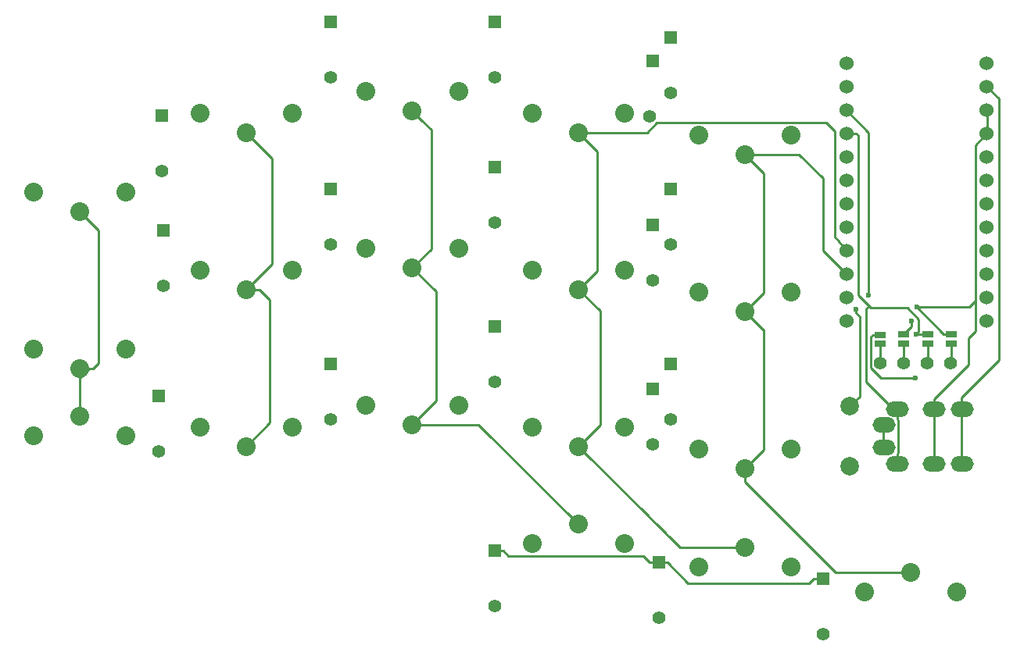
<source format=gtl>
G04 #@! TF.GenerationSoftware,KiCad,Pcbnew,(5.1.4-0-10_14)*
G04 #@! TF.CreationDate,2020-06-25T09:28:44+01:00*
G04 #@! TF.ProjectId,crabby,63726162-6279-42e6-9b69-6361645f7063,2.1*
G04 #@! TF.SameCoordinates,Original*
G04 #@! TF.FileFunction,Copper,L1,Top*
G04 #@! TF.FilePolarity,Positive*
%FSLAX46Y46*%
G04 Gerber Fmt 4.6, Leading zero omitted, Abs format (unit mm)*
G04 Created by KiCad (PCBNEW (5.1.4-0-10_14)) date 2020-06-25 09:28:44*
%MOMM*%
%LPD*%
G04 APERTURE LIST*
%ADD10C,2.032000*%
%ADD11C,2.000000*%
%ADD12C,1.397000*%
%ADD13R,1.143000X0.635000*%
%ADD14R,1.397000X1.397000*%
%ADD15C,1.524000*%
%ADD16O,2.500000X1.700000*%
%ADD17C,0.600000*%
%ADD18C,0.250000*%
G04 APERTURE END LIST*
D10*
X49000000Y-40900000D03*
X39000000Y-40900000D03*
X44000000Y-43000000D03*
X67000000Y-32340000D03*
X57000000Y-32340000D03*
X62000000Y-34440000D03*
X85000000Y-29980000D03*
X75000000Y-29980000D03*
X80000000Y-32080000D03*
X103000000Y-32340000D03*
X93000000Y-32340000D03*
X98000000Y-34440000D03*
X121000000Y-34720000D03*
X111000000Y-34720000D03*
X116000000Y-36820000D03*
X49000000Y-57900000D03*
X39000000Y-57900000D03*
X44000000Y-60000000D03*
X67000000Y-49340000D03*
X57000000Y-49340000D03*
X62000000Y-51440000D03*
X85000000Y-46970000D03*
X75000000Y-46970000D03*
X80000000Y-49070000D03*
X103000000Y-49340000D03*
X93000000Y-49340000D03*
X98000000Y-51440000D03*
X121000000Y-51720000D03*
X111000000Y-51720000D03*
X116000000Y-53820000D03*
X49000000Y-67305000D03*
X39000000Y-67305000D03*
X44000000Y-65205000D03*
X67000000Y-66345000D03*
X57000000Y-66345000D03*
X62000000Y-68445000D03*
X85000000Y-63970000D03*
X75000000Y-63970000D03*
X80000000Y-66070000D03*
X103000000Y-66345000D03*
X93000000Y-66345000D03*
X98000000Y-68445000D03*
X139000000Y-84200000D03*
X129000000Y-84200000D03*
X134000000Y-82100000D03*
X103000000Y-78980000D03*
X93000000Y-78980000D03*
X98000000Y-76880000D03*
X121000000Y-68720000D03*
X111000000Y-68720000D03*
X116000000Y-70820000D03*
X121000000Y-81520000D03*
X111000000Y-81520000D03*
X116000000Y-79420000D03*
D11*
X127390000Y-70610000D03*
X127390000Y-64110000D03*
D12*
X138320000Y-59450000D03*
X135780000Y-59450000D03*
X133240000Y-59450000D03*
X130700000Y-59450000D03*
D13*
X138410000Y-56280000D03*
X138410000Y-57280760D03*
X135840000Y-57290380D03*
X135840000Y-56289620D03*
X133240000Y-56309620D03*
X133240000Y-57310380D03*
X130700000Y-57340380D03*
X130700000Y-56339620D03*
D12*
X108000000Y-65545000D03*
D14*
X108000000Y-59545000D03*
D15*
X127011400Y-26922000D03*
X127011400Y-29462000D03*
X127011400Y-32002000D03*
X127011400Y-34542000D03*
X127011400Y-37082000D03*
X127011400Y-39622000D03*
X127011400Y-42162000D03*
X127011400Y-44702000D03*
X127011400Y-47242000D03*
X127011400Y-49782000D03*
X127011400Y-52322000D03*
X127011400Y-54862000D03*
X142231400Y-54862000D03*
X142231400Y-52322000D03*
X142231400Y-49782000D03*
X142231400Y-47242000D03*
X142231400Y-44702000D03*
X142231400Y-42162000D03*
X142231400Y-39622000D03*
X142231400Y-37082000D03*
X142231400Y-34542000D03*
X142231400Y-32002000D03*
X142231400Y-29462000D03*
X142231400Y-26922000D03*
D16*
X131060000Y-66150000D03*
X132560000Y-70350000D03*
X136560000Y-70350000D03*
X139560000Y-70350000D03*
X136560000Y-64400000D03*
X139560000Y-64400000D03*
X131060000Y-68600000D03*
X132560000Y-64400000D03*
D12*
X52840000Y-38560000D03*
D14*
X52840000Y-32560000D03*
X71120000Y-22400000D03*
D12*
X71120000Y-28400000D03*
X88900000Y-28400000D03*
D14*
X88900000Y-22400000D03*
D12*
X105680000Y-32670000D03*
D14*
X106000000Y-26670000D03*
D12*
X107950000Y-30130000D03*
D14*
X107950000Y-24130000D03*
D12*
X53070000Y-51060000D03*
D14*
X53070000Y-45060000D03*
X71120000Y-40545000D03*
D12*
X71120000Y-46545000D03*
X88900000Y-44170000D03*
D14*
X88900000Y-38170000D03*
D12*
X106000000Y-50450000D03*
D14*
X106000000Y-44450000D03*
D12*
X108000000Y-46545000D03*
D14*
X108000000Y-40545000D03*
D12*
X52570000Y-68995000D03*
D14*
X52570000Y-62995000D03*
D12*
X71120000Y-65545000D03*
D14*
X71120000Y-59545000D03*
X88900000Y-55420000D03*
D12*
X88900000Y-61420000D03*
X106000000Y-68230000D03*
D14*
X106000000Y-62230000D03*
D12*
X88900000Y-85780000D03*
D14*
X88900000Y-79780000D03*
D12*
X106680000Y-87050000D03*
D14*
X106680000Y-81050000D03*
D12*
X124460000Y-88780000D03*
D14*
X124460000Y-82780000D03*
D17*
X134640000Y-53350000D03*
X134540000Y-56270000D03*
X129430000Y-52090000D03*
X128090000Y-53580000D03*
X134090000Y-54840000D03*
X134450000Y-61010000D03*
D18*
X105731500Y-81050000D02*
X106680000Y-81050000D01*
X105002501Y-80321001D02*
X105731500Y-81050000D01*
X89848500Y-79780000D02*
X90389501Y-80321001D01*
X90389501Y-80321001D02*
X105002501Y-80321001D01*
X88900000Y-79780000D02*
X89848500Y-79780000D01*
X109858999Y-83280499D02*
X123011001Y-83280499D01*
X123511500Y-82780000D02*
X124460000Y-82780000D01*
X107628500Y-81050000D02*
X109858999Y-83280499D01*
X123011001Y-83280499D02*
X123511500Y-82780000D01*
X106680000Y-81050000D02*
X107628500Y-81050000D01*
X142276400Y-34542000D02*
X142276400Y-32983600D01*
X142276400Y-32983600D02*
X142276400Y-33272000D01*
X142276400Y-32002000D02*
X142276400Y-32983600D01*
X142231400Y-34542000D02*
X140970000Y-35803400D01*
X140290000Y-53350000D02*
X140980000Y-52660000D01*
X134640000Y-53350000D02*
X140290000Y-53350000D01*
X140970000Y-35803400D02*
X140980000Y-52660000D01*
X137570000Y-56280000D02*
X138410000Y-56280000D01*
X134640000Y-53350000D02*
X137570000Y-56280000D01*
X136480000Y-64400000D02*
X136480000Y-70350000D01*
X140210000Y-56710000D02*
X140970000Y-55950000D01*
X140970000Y-55950000D02*
X140980000Y-52660000D01*
X136480000Y-63300000D02*
X140210000Y-59570000D01*
X140210000Y-59570000D02*
X140210000Y-56710000D01*
X136480000Y-64400000D02*
X136480000Y-63300000D01*
X127056400Y-34542000D02*
X128134030Y-34542000D01*
X128270000Y-34722970D02*
X128270000Y-52070000D01*
X128089030Y-34542000D02*
X128270000Y-34722970D01*
X127011400Y-34542000D02*
X128089030Y-34542000D01*
X134559620Y-56289620D02*
X134540000Y-56270000D01*
X135840000Y-56289620D02*
X134559620Y-56289620D01*
X134839999Y-54664997D02*
X134839999Y-55970001D01*
X134839999Y-55970001D02*
X134540000Y-56270000D01*
X133620001Y-53444999D02*
X134839999Y-54664997D01*
X129644999Y-53444999D02*
X133620001Y-53444999D01*
X128270000Y-52070000D02*
X128540000Y-52340000D01*
X128540000Y-52340000D02*
X129450000Y-53250000D01*
X129450000Y-53250000D02*
X129644999Y-53444999D01*
X132810000Y-63820000D02*
X133210000Y-63820000D01*
X132080000Y-64400000D02*
X132480000Y-64400000D01*
X129175000Y-61495000D02*
X132080000Y-64400000D01*
X129175000Y-53525000D02*
X129175000Y-61495000D01*
X129450000Y-53250000D02*
X129175000Y-53525000D01*
X132560000Y-69250000D02*
X132560000Y-70350000D01*
X132560000Y-65500000D02*
X132635010Y-65575010D01*
X132635010Y-69174990D02*
X132560000Y-69250000D01*
X132635010Y-65575010D02*
X132635010Y-69174990D01*
X132560000Y-64400000D02*
X132560000Y-65500000D01*
X45015999Y-59994001D02*
X44000000Y-61010000D01*
X46039501Y-59397339D02*
X46039501Y-58739501D01*
X46039501Y-58739501D02*
X46039501Y-58970499D01*
X45436840Y-60000000D02*
X46039501Y-59397339D01*
X44000000Y-60000000D02*
X45436840Y-60000000D01*
X46039501Y-46049501D02*
X46039501Y-58100499D01*
X46039501Y-59397339D02*
X46039501Y-58100499D01*
X46039501Y-58100499D02*
X46039501Y-58739501D01*
X46039501Y-45039501D02*
X44000000Y-43000000D01*
X46039501Y-46049501D02*
X46039501Y-45039501D01*
X44000000Y-60000000D02*
X44000000Y-61436840D01*
X44000000Y-60000000D02*
X44000000Y-65205000D01*
X64770000Y-37210000D02*
X63015999Y-35455999D01*
X63015999Y-35455999D02*
X62000000Y-34440000D01*
X64770000Y-48670000D02*
X64770000Y-37210000D01*
X62000000Y-51440000D02*
X64770000Y-48670000D01*
X64587500Y-52590660D02*
X64587500Y-65857500D01*
X62000000Y-51440000D02*
X63436840Y-51440000D01*
X63436840Y-51440000D02*
X64587500Y-52590660D01*
X62000000Y-68445000D02*
X64587500Y-65857500D01*
X82039501Y-34119501D02*
X81015999Y-33095999D01*
X81015999Y-33095999D02*
X80000000Y-32080000D01*
X82039501Y-47030499D02*
X82039501Y-34119501D01*
X80000000Y-49070000D02*
X82039501Y-47030499D01*
X80000000Y-49070000D02*
X82550000Y-51620000D01*
X82550000Y-63520000D02*
X80000000Y-66070000D01*
X82550000Y-51620000D02*
X82550000Y-63520000D01*
X87190000Y-66070000D02*
X98000000Y-76880000D01*
X80000000Y-66070000D02*
X87190000Y-66070000D01*
X99015999Y-35455999D02*
X98000000Y-34440000D01*
X100039501Y-36479501D02*
X99015999Y-35455999D01*
X100039501Y-49400499D02*
X100039501Y-36479501D01*
X98000000Y-51440000D02*
X100039501Y-49400499D01*
X98000000Y-51440000D02*
X100330000Y-53770000D01*
X100330000Y-66115000D02*
X98000000Y-68445000D01*
X100330000Y-53770000D02*
X100330000Y-66115000D01*
X127011400Y-47242000D02*
X125730000Y-45720000D01*
X98000000Y-68445000D02*
X105582500Y-76027500D01*
X99436840Y-34440000D02*
X98000000Y-34440000D01*
X105424782Y-34440000D02*
X99436840Y-34440000D01*
X106485783Y-33378999D02*
X105424782Y-34440000D01*
X124818999Y-33378999D02*
X106485783Y-33378999D01*
X125730000Y-34290000D02*
X124818999Y-33378999D01*
X125730000Y-45720000D02*
X125730000Y-34290000D01*
X98000000Y-68445000D02*
X107475000Y-77920000D01*
X108975000Y-79420000D02*
X116000000Y-79420000D01*
X98000000Y-68445000D02*
X108975000Y-79420000D01*
X118039501Y-68780499D02*
X118039501Y-55809501D01*
X116000000Y-70820000D02*
X118039501Y-68780499D01*
X117989501Y-55809501D02*
X116000000Y-53820000D01*
X118039501Y-55809501D02*
X117989501Y-55809501D01*
X118060000Y-55880000D02*
X116000000Y-53820000D01*
X116000000Y-36820000D02*
X121910000Y-36820000D01*
X121910000Y-36820000D02*
X124460000Y-39370000D01*
X126294401Y-49020001D02*
X127056400Y-49782000D01*
X125924399Y-48694999D02*
X125969399Y-48694999D01*
X125969399Y-48694999D02*
X126294401Y-49020001D01*
X124460000Y-39370000D02*
X124460000Y-47230600D01*
X124460000Y-47230600D02*
X125924399Y-48694999D01*
X117015999Y-52804001D02*
X116000000Y-53820000D01*
X118039501Y-51780499D02*
X117015999Y-52804001D01*
X118039501Y-38859501D02*
X118039501Y-51780499D01*
X116000000Y-36820000D02*
X118039501Y-38859501D01*
X132563160Y-82100000D02*
X134000000Y-82100000D01*
X125843160Y-82100000D02*
X132563160Y-82100000D01*
X116000000Y-72256840D02*
X125843160Y-82100000D01*
X116000000Y-70820000D02*
X116000000Y-72256840D01*
X142231400Y-29462000D02*
X143510000Y-30740600D01*
X139480000Y-64400000D02*
X139480000Y-70350000D01*
X143510000Y-59090000D02*
X139480000Y-63120000D01*
X139480000Y-63120000D02*
X139480000Y-64400000D01*
X143510000Y-30740600D02*
X143510000Y-59090000D01*
X129430000Y-34420600D02*
X129430000Y-52090000D01*
X127011400Y-32002000D02*
X129430000Y-34420600D01*
X128449999Y-54364263D02*
X128449999Y-62690001D01*
X128090000Y-54004264D02*
X128449999Y-54364263D01*
X128090000Y-53580000D02*
X128090000Y-54004264D01*
X128449999Y-63050001D02*
X127390000Y-64110000D01*
X128449999Y-62690001D02*
X128449999Y-63050001D01*
X134090000Y-55459620D02*
X133240000Y-56309620D01*
X134090000Y-54840000D02*
X134090000Y-55459620D01*
X129676499Y-56541621D02*
X129878500Y-56339620D01*
X129878500Y-56339620D02*
X130700000Y-56339620D01*
X129676499Y-59941281D02*
X129676499Y-56541621D01*
X130745218Y-61010000D02*
X129676499Y-59941281D01*
X134450000Y-61010000D02*
X130745218Y-61010000D01*
X130700000Y-57340380D02*
X130700000Y-59450000D01*
X130980000Y-66150000D02*
X130980000Y-68600000D01*
X133240000Y-57310380D02*
X133240000Y-59450000D01*
X138410000Y-59360000D02*
X138320000Y-59450000D01*
X138410000Y-57280760D02*
X138410000Y-59360000D01*
X135840000Y-59390000D02*
X135780000Y-59450000D01*
X135840000Y-57290380D02*
X135840000Y-59390000D01*
M02*

</source>
